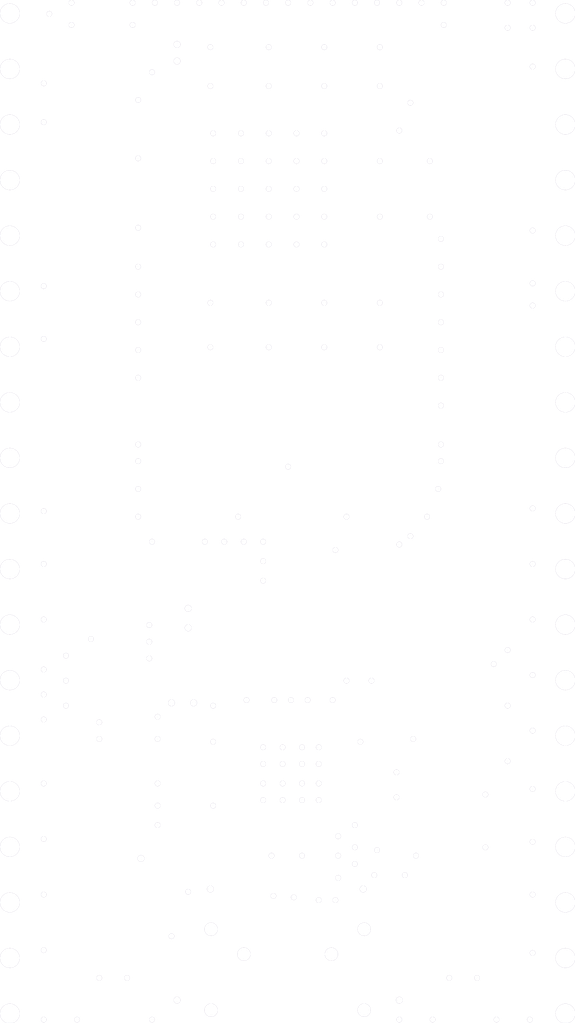
<source format=kicad_pcb>
(kicad_pcb (version 4) (generator "gerbview") (generator_version "8.0")

  (layers 
    (0 F.Cu signal)
    (31 B.Cu signal)
    (32 B.Adhes user)
    (33 F.Adhes user)
    (34 B.Paste user)
    (35 F.Paste user)
    (36 B.SilkS user)
    (37 F.SilkS user)
    (38 B.Mask user)
    (39 F.Mask user)
    (40 Dwgs.User user)
    (41 Cmts.User user)
    (42 Eco1.User user)
    (43 Eco2.User user)
    (44 Edge.Cuts user)
  )

 (via (at 502.793 -401.0152) (size 0.24995) (drill 0.24994) (layers F.Cu B.Cu))
 (via (at 504.317 -401.0152) (size 0.24995) (drill 0.24994) (layers F.Cu B.Cu))
 (via (at 505.333 -402.9202) (size 0.24995) (drill 0.24994) (layers F.Cu B.Cu))
 (via (at 506.603 -402.9202) (size 0.24995) (drill 0.24994) (layers F.Cu B.Cu))
 (via (at 502.793 -404.1902) (size 0.24995) (drill 0.24994) (layers F.Cu B.Cu))
 (via (at 502.793 -406.7302) (size 0.24995) (drill 0.24994) (layers F.Cu B.Cu))
 (via (at 502.793 -409.2702) (size 0.24995) (drill 0.24994) (layers F.Cu B.Cu))
 (via (at 502.793 -411.8102) (size 0.24995) (drill 0.24994) (layers F.Cu B.Cu))
 (via (at 505.333 -413.8422) (size 0.24995) (drill 0.24994) (layers F.Cu B.Cu))
 (via (at 505.333 -414.6042) (size 0.24995) (drill 0.24994) (layers F.Cu B.Cu))
 (via (at 502.793 -414.7312) (size 0.24995) (drill 0.24994) (layers F.Cu B.Cu))
 (via (at 503.809 -415.3662) (size 0.24995) (drill 0.24994) (layers F.Cu B.Cu))
 (via (at 502.793 -415.8742) (size 0.24995) (drill 0.24994) (layers F.Cu B.Cu))
 (via (at 503.809 -416.5092) (size 0.24995) (drill 0.24994) (layers F.Cu B.Cu))
 (via (at 502.793 -417.0172) (size 0.24995) (drill 0.24994) (layers F.Cu B.Cu))
 (via (at 503.809 -417.6522) (size 0.24995) (drill 0.24994) (layers F.Cu B.Cu))
 (via (at 504.952 -418.4142) (size 0.24995) (drill 0.24994) (layers F.Cu B.Cu))
 (via (at 502.793 -419.3032) (size 0.24995) (drill 0.24994) (layers F.Cu B.Cu))
 (via (at 502.793 -421.8432) (size 0.24995) (drill 0.24994) (layers F.Cu B.Cu))
 (via (at 507.111 -424.0022) (size 0.24995) (drill 0.24994) (layers F.Cu B.Cu))
 (via (at 502.793 -424.2562) (size 0.24995) (drill 0.24994) (layers F.Cu B.Cu))
 (via (at 507.111 -425.2722) (size 0.24995) (drill 0.24994) (layers F.Cu B.Cu))
 (via (at 507.111 -426.5422) (size 0.24995) (drill 0.24994) (layers F.Cu B.Cu))
 (via (at 507.111 -427.3042) (size 0.24995) (drill 0.24994) (layers F.Cu B.Cu))
 (via (at 507.111 -430.3522) (size 0.24995) (drill 0.24994) (layers F.Cu B.Cu))
 (via (at 507.111 -431.6222) (size 0.24995) (drill 0.24994) (layers F.Cu B.Cu))
 (via (at 502.793 -432.1302) (size 0.24995) (drill 0.24994) (layers F.Cu B.Cu))
 (via (at 507.111 -432.8922) (size 0.24995) (drill 0.24994) (layers F.Cu B.Cu))
 (via (at 507.111 -434.1622) (size 0.24995) (drill 0.24994) (layers F.Cu B.Cu))
 (via (at 502.793 -434.5432) (size 0.24995) (drill 0.24994) (layers F.Cu B.Cu))
 (via (at 507.111 -435.4322) (size 0.24995) (drill 0.24994) (layers F.Cu B.Cu))
 (via (at 507.111 -437.2102) (size 0.24995) (drill 0.24994) (layers F.Cu B.Cu))
 (via (at 507.111 -440.3852) (size 0.24995) (drill 0.24994) (layers F.Cu B.Cu))
 (via (at 502.793 -442.0362) (size 0.24995) (drill 0.24994) (layers F.Cu B.Cu))
 (via (at 507.111 -443.0522) (size 0.24995) (drill 0.24994) (layers F.Cu B.Cu))
 (via (at 502.793 -443.8142) (size 0.24995) (drill 0.24994) (layers F.Cu B.Cu))
 (via (at 504.063 -446.4812) (size 0.24995) (drill 0.24994) (layers F.Cu B.Cu))
 (via (at 506.857 -446.4812) (size 0.24995) (drill 0.24994) (layers F.Cu B.Cu))
 (via (at 503.047 -446.9892) (size 0.24995) (drill 0.24994) (layers F.Cu B.Cu))
 (via (at 504.063 -447.4972) (size 0.24995) (drill 0.24994) (layers F.Cu B.Cu))
 (via (at 506.857 -447.4972) (size 0.24995) (drill 0.24994) (layers F.Cu B.Cu))
 (via (at 507.873 -447.4972) (size 0.24995) (drill 0.24994) (layers F.Cu B.Cu))
 (via (at 508.889 -447.4972) (size 0.24995) (drill 0.24994) (layers F.Cu B.Cu))
 (via (at 510.921 -447.4972) (size 0.24995) (drill 0.24994) (layers F.Cu B.Cu))
 (via (at 509.905 -447.4972) (size 0.24995) (drill 0.24994) (layers F.Cu B.Cu))
 (via (at 511.937 -447.4972) (size 0.24995) (drill 0.24994) (layers F.Cu B.Cu))
 (via (at 512.953 -447.4972) (size 0.24995) (drill 0.24994) (layers F.Cu B.Cu))
 (via (at 510.413 -445.4652) (size 0.24995) (drill 0.24994) (layers F.Cu B.Cu))
 (via (at 513.08 -445.4652) (size 0.24995) (drill 0.24994) (layers F.Cu B.Cu))
 (via (at 507.746 -444.3222) (size 0.24995) (drill 0.24994) (layers F.Cu B.Cu))
 (via (at 510.413 -443.6872) (size 0.24995) (drill 0.24994) (layers F.Cu B.Cu))
 (via (at 513.08 -443.6872) (size 0.24995) (drill 0.24994) (layers F.Cu B.Cu))
 (via (at 510.54 -441.5282) (size 0.24995) (drill 0.24994) (layers F.Cu B.Cu))
 (via (at 513.08 -441.5282) (size 0.24995) (drill 0.24994) (layers F.Cu B.Cu))
 (via (at 511.81 -441.5282) (size 0.24995) (drill 0.24994) (layers F.Cu B.Cu))
 (via (at 510.54 -440.2582) (size 0.24995) (drill 0.24994) (layers F.Cu B.Cu))
 (via (at 511.81 -440.2582) (size 0.24995) (drill 0.24994) (layers F.Cu B.Cu))
 (via (at 513.08 -440.2582) (size 0.24995) (drill 0.24994) (layers F.Cu B.Cu))
 (via (at 510.54 -438.9882) (size 0.24995) (drill 0.24994) (layers F.Cu B.Cu))
 (via (at 511.81 -438.9882) (size 0.24995) (drill 0.24994) (layers F.Cu B.Cu))
 (via (at 513.08 -438.9882) (size 0.24995) (drill 0.24994) (layers F.Cu B.Cu))
 (via (at 510.54 -437.7182) (size 0.24995) (drill 0.24994) (layers F.Cu B.Cu))
 (via (at 511.81 -437.7182) (size 0.24995) (drill 0.24994) (layers F.Cu B.Cu))
 (via (at 513.08 -437.7182) (size 0.24995) (drill 0.24994) (layers F.Cu B.Cu))
 (via (at 510.54 -436.4482) (size 0.24995) (drill 0.24994) (layers F.Cu B.Cu))
 (via (at 511.81 -436.4482) (size 0.24995) (drill 0.24994) (layers F.Cu B.Cu))
 (via (at 513.08 -436.4482) (size 0.24995) (drill 0.24994) (layers F.Cu B.Cu))
 (via (at 510.413 -433.7812) (size 0.24995) (drill 0.24994) (layers F.Cu B.Cu))
 (via (at 513.08 -433.7812) (size 0.24995) (drill 0.24994) (layers F.Cu B.Cu))
 (via (at 510.413 -431.7492) (size 0.24995) (drill 0.24994) (layers F.Cu B.Cu))
 (via (at 513.08 -431.7492) (size 0.24995) (drill 0.24994) (layers F.Cu B.Cu))
 (via (at 511.683 -424.0022) (size 0.24995) (drill 0.24994) (layers F.Cu B.Cu))
 (via (at 512.826 -422.8592) (size 0.24995) (drill 0.24994) (layers F.Cu B.Cu))
 (via (at 511.937 -422.8592) (size 0.24995) (drill 0.24994) (layers F.Cu B.Cu))
 (via (at 511.048 -422.8592) (size 0.24995) (drill 0.24994) (layers F.Cu B.Cu))
 (via (at 510.159 -422.8592) (size 0.24995) (drill 0.24994) (layers F.Cu B.Cu))
 (via (at 507.746 -422.8592) (size 0.24995) (drill 0.24994) (layers F.Cu B.Cu))
 (via (at 512.826 -421.9702) (size 0.24995) (drill 0.24994) (layers F.Cu B.Cu))
 (via (at 512.826 -421.0812) (size 0.24995) (drill 0.24994) (layers F.Cu B.Cu))
 (via (at 507.619 -419.0492) (size 0.24995) (drill 0.24994) (layers F.Cu B.Cu))
 (via (at 507.619 -418.2872) (size 0.24995) (drill 0.24994) (layers F.Cu B.Cu))
 (via (at 507.619 -417.5252) (size 0.24995) (drill 0.24994) (layers F.Cu B.Cu))
 (via (at 512.064 -415.6202) (size 0.24995) (drill 0.24994) (layers F.Cu B.Cu))
 (via (at 513.334 -415.6202) (size 0.24995) (drill 0.24994) (layers F.Cu B.Cu))
 (via (at 510.54 -415.3662) (size 0.24995) (drill 0.24994) (layers F.Cu B.Cu))
 (via (at 508 -414.8582) (size 0.24995) (drill 0.24994) (layers F.Cu B.Cu))
 (via (at 508 -413.8422) (size 0.24995) (drill 0.24994) (layers F.Cu B.Cu))
 (via (at 510.54 -413.7152) (size 0.24995) (drill 0.24994) (layers F.Cu B.Cu))
 (via (at 513.715 -413.4612) (size 0.24995) (drill 0.24994) (layers F.Cu B.Cu))
 (via (at 512.826 -413.4612) (size 0.24995) (drill 0.24994) (layers F.Cu B.Cu))
 (via (at 513.715 -412.6992) (size 0.24995) (drill 0.24994) (layers F.Cu B.Cu))
 (via (at 512.826 -412.6992) (size 0.24995) (drill 0.24994) (layers F.Cu B.Cu))
 (via (at 508 -411.8102) (size 0.24995) (drill 0.24994) (layers F.Cu B.Cu))
 (via (at 512.826 -411.8102) (size 0.24995) (drill 0.24994) (layers F.Cu B.Cu))
 (via (at 513.715 -411.8102) (size 0.24995) (drill 0.24994) (layers F.Cu B.Cu))
 (via (at 512.826 -411.0482) (size 0.24995) (drill 0.24994) (layers F.Cu B.Cu))
 (via (at 513.715 -411.0482) (size 0.24995) (drill 0.24994) (layers F.Cu B.Cu))
 (via (at 510.54 -410.7942) (size 0.24995) (drill 0.24994) (layers F.Cu B.Cu))
 (via (at 508 -410.7942) (size 0.24995) (drill 0.24994) (layers F.Cu B.Cu))
 (via (at 508 -409.9052) (size 0.24995) (drill 0.24994) (layers F.Cu B.Cu))
 (via (at 513.207 -408.5082) (size 0.24995) (drill 0.24994) (layers F.Cu B.Cu))
 (via (at 509.397 -406.8572) (size 0.24995) (drill 0.24994) (layers F.Cu B.Cu))
 (via (at 513.29336 -406.6667) (size 0.24995) (drill 0.24994) (layers F.Cu B.Cu))
 (via (at 508.635 -404.8252) (size 0.24995) (drill 0.24994) (layers F.Cu B.Cu))
 (via (at 507.746 -401.0152) (size 0.24995) (drill 0.24994) (layers F.Cu B.Cu))
 (via (at 519.049 -401.0152) (size 0.24995) (drill 0.24994) (layers F.Cu B.Cu))
 (via (at 515.366 -406.4762) (size 0.24995) (drill 0.24994) (layers F.Cu B.Cu))
 (via (at 516.128 -406.4762) (size 0.24995) (drill 0.24994) (layers F.Cu B.Cu))
 (via (at 514.223 -406.6032) (size 0.24995) (drill 0.24994) (layers F.Cu B.Cu))
 (via (at 516.255 -407.4922) (size 0.24995) (drill 0.24994) (layers F.Cu B.Cu))
 (via (at 517.906 -407.6192) (size 0.24995) (drill 0.24994) (layers F.Cu B.Cu))
 (via (at 519.303 -407.6192) (size 0.24995) (drill 0.24994) (layers F.Cu B.Cu))
 (via (at 517.017 -408.1272) (size 0.24995) (drill 0.24994) (layers F.Cu B.Cu))
 (via (at 514.604 -408.5082) (size 0.24995) (drill 0.24994) (layers F.Cu B.Cu))
 (via (at 516.255 -408.5082) (size 0.24995) (drill 0.24994) (layers F.Cu B.Cu))
 (via (at 519.811 -408.5082) (size 0.24995) (drill 0.24994) (layers F.Cu B.Cu))
 (via (at 518.033 -408.7622) (size 0.24995) (drill 0.24994) (layers F.Cu B.Cu))
 (via (at 517.017 -408.8892) (size 0.24995) (drill 0.24994) (layers F.Cu B.Cu))
 (via (at 516.255 -409.3972) (size 0.24995) (drill 0.24994) (layers F.Cu B.Cu))
 (via (at 517.017 -409.9052) (size 0.24995) (drill 0.24994) (layers F.Cu B.Cu))
 (via (at 514.604 -411.0482) (size 0.24995) (drill 0.24994) (layers F.Cu B.Cu))
 (via (at 515.366 -411.0482) (size 0.24995) (drill 0.24994) (layers F.Cu B.Cu))
 (via (at 518.922 -411.1752) (size 0.24995) (drill 0.24994) (layers F.Cu B.Cu))
 (via (at 514.604 -411.8102) (size 0.24995) (drill 0.24994) (layers F.Cu B.Cu))
 (via (at 515.366 -411.8102) (size 0.24995) (drill 0.24994) (layers F.Cu B.Cu))
 (via (at 518.922 -412.3182) (size 0.24995) (drill 0.24994) (layers F.Cu B.Cu))
 (via (at 514.604 -412.6992) (size 0.24995) (drill 0.24994) (layers F.Cu B.Cu))
 (via (at 515.366 -412.6992) (size 0.24995) (drill 0.24994) (layers F.Cu B.Cu))
 (via (at 514.604 -413.4612) (size 0.24995) (drill 0.24994) (layers F.Cu B.Cu))
 (via (at 515.366 -413.4612) (size 0.24995) (drill 0.24994) (layers F.Cu B.Cu))
 (via (at 517.271 -413.7152) (size 0.24995) (drill 0.24994) (layers F.Cu B.Cu))
 (via (at 519.684 -413.8422) (size 0.24995) (drill 0.24994) (layers F.Cu B.Cu))
 (via (at 516.001 -415.6202) (size 0.24995) (drill 0.24994) (layers F.Cu B.Cu))
 (via (at 514.858 -415.6202) (size 0.24995) (drill 0.24994) (layers F.Cu B.Cu))
 (via (at 514.096 -415.6202) (size 0.24995) (drill 0.24994) (layers F.Cu B.Cu))
 (via (at 517.779 -416.5092) (size 0.24995) (drill 0.24994) (layers F.Cu B.Cu))
 (via (at 516.636 -416.5092) (size 0.24995) (drill 0.24994) (layers F.Cu B.Cu))
 (via (at 516.128 -422.4782) (size 0.24995) (drill 0.24994) (layers F.Cu B.Cu))
 (via (at 519.049 -422.7322) (size 0.24995) (drill 0.24994) (layers F.Cu B.Cu))
 (via (at 519.557 -423.1132) (size 0.24995) (drill 0.24994) (layers F.Cu B.Cu))
 (via (at 516.636 -424.0022) (size 0.24995) (drill 0.24994) (layers F.Cu B.Cu))
 (via (at 513.969 -426.2882) (size 0.24995) (drill 0.24994) (layers F.Cu B.Cu))
 (via (at 515.62 -431.7492) (size 0.24995) (drill 0.24994) (layers F.Cu B.Cu))
 (via (at 518.16 -431.7492) (size 0.24995) (drill 0.24994) (layers F.Cu B.Cu))
 (via (at 515.62 -433.7812) (size 0.24995) (drill 0.24994) (layers F.Cu B.Cu))
 (via (at 518.16 -433.7812) (size 0.24995) (drill 0.24994) (layers F.Cu B.Cu))
 (via (at 514.35 -436.4482) (size 0.24995) (drill 0.24994) (layers F.Cu B.Cu))
 (via (at 515.62 -436.4482) (size 0.24995) (drill 0.24994) (layers F.Cu B.Cu))
 (via (at 518.16 -437.7182) (size 0.24995) (drill 0.24994) (layers F.Cu B.Cu))
 (via (at 514.35 -437.7182) (size 0.24995) (drill 0.24994) (layers F.Cu B.Cu))
 (via (at 515.62 -437.7182) (size 0.24995) (drill 0.24994) (layers F.Cu B.Cu))
 (via (at 515.62 -438.9882) (size 0.24995) (drill 0.24994) (layers F.Cu B.Cu))
 (via (at 514.35 -438.9882) (size 0.24995) (drill 0.24994) (layers F.Cu B.Cu))
 (via (at 514.35 -440.2582) (size 0.24995) (drill 0.24994) (layers F.Cu B.Cu))
 (via (at 515.62 -440.2582) (size 0.24995) (drill 0.24994) (layers F.Cu B.Cu))
 (via (at 518.16 -440.2582) (size 0.24995) (drill 0.24994) (layers F.Cu B.Cu))
 (via (at 515.62 -441.5282) (size 0.24995) (drill 0.24994) (layers F.Cu B.Cu))
 (via (at 514.35 -441.5282) (size 0.24995) (drill 0.24994) (layers F.Cu B.Cu))
 (via (at 519.049 -441.6552) (size 0.24995) (drill 0.24994) (layers F.Cu B.Cu))
 (via (at 519.557 -442.9252) (size 0.24995) (drill 0.24994) (layers F.Cu B.Cu))
 (via (at 518.16 -443.6872) (size 0.24995) (drill 0.24994) (layers F.Cu B.Cu))
 (via (at 515.62 -443.6872) (size 0.24995) (drill 0.24994) (layers F.Cu B.Cu))
 (via (at 515.62 -445.4652) (size 0.24995) (drill 0.24994) (layers F.Cu B.Cu))
 (via (at 518.16 -445.4652) (size 0.24995) (drill 0.24994) (layers F.Cu B.Cu))
 (via (at 513.969 -447.4972) (size 0.24995) (drill 0.24994) (layers F.Cu B.Cu))
 (via (at 516.001 -447.4972) (size 0.24995) (drill 0.24994) (layers F.Cu B.Cu))
 (via (at 514.985 -447.4972) (size 0.24995) (drill 0.24994) (layers F.Cu B.Cu))
 (via (at 518.033 -447.4972) (size 0.24995) (drill 0.24994) (layers F.Cu B.Cu))
 (via (at 519.049 -447.4972) (size 0.24995) (drill 0.24994) (layers F.Cu B.Cu))
 (via (at 517.017 -447.4972) (size 0.24995) (drill 0.24994) (layers F.Cu B.Cu))
 (via (at 520.065 -447.4972) (size 0.24995) (drill 0.24994) (layers F.Cu B.Cu))
 (via (at 521.081 -447.4972) (size 0.24995) (drill 0.24994) (layers F.Cu B.Cu))
 (via (at 524.002 -447.4972) (size 0.24995) (drill 0.24994) (layers F.Cu B.Cu))
 (via (at 525.145 -447.4972) (size 0.24995) (drill 0.24994) (layers F.Cu B.Cu))
 (via (at 521.081 -446.4812) (size 0.24995) (drill 0.24994) (layers F.Cu B.Cu))
 (via (at 524.002 -446.3542) (size 0.24995) (drill 0.24994) (layers F.Cu B.Cu))
 (via (at 525.145 -446.3542) (size 0.24995) (drill 0.24994) (layers F.Cu B.Cu))
 (via (at 525.145 -444.5762) (size 0.24995) (drill 0.24994) (layers F.Cu B.Cu))
 (via (at 520.446 -440.2582) (size 0.24995) (drill 0.24994) (layers F.Cu B.Cu))
 (via (at 520.446 -437.7182) (size 0.24995) (drill 0.24994) (layers F.Cu B.Cu))
 (via (at 525.145 -437.0832) (size 0.24995) (drill 0.24994) (layers F.Cu B.Cu))
 (via (at 520.954 -436.7022) (size 0.24995) (drill 0.24994) (layers F.Cu B.Cu))
 (via (at 520.954 -435.4322) (size 0.24995) (drill 0.24994) (layers F.Cu B.Cu))
 (via (at 525.145 -434.6702) (size 0.24995) (drill 0.24994) (layers F.Cu B.Cu))
 (via (at 520.954 -434.1622) (size 0.24995) (drill 0.24994) (layers F.Cu B.Cu))
 (via (at 525.145 -433.6542) (size 0.24995) (drill 0.24994) (layers F.Cu B.Cu))
 (via (at 520.954 -432.8922) (size 0.24995) (drill 0.24994) (layers F.Cu B.Cu))
 (via (at 520.954 -431.6222) (size 0.24995) (drill 0.24994) (layers F.Cu B.Cu))
 (via (at 520.954 -430.3522) (size 0.24995) (drill 0.24994) (layers F.Cu B.Cu))
 (via (at 520.954 -429.0822) (size 0.24995) (drill 0.24994) (layers F.Cu B.Cu))
 (via (at 520.954 -427.3042) (size 0.24995) (drill 0.24994) (layers F.Cu B.Cu))
 (via (at 520.954 -426.5422) (size 0.24995) (drill 0.24994) (layers F.Cu B.Cu))
 (via (at 520.827 -425.2722) (size 0.24995) (drill 0.24994) (layers F.Cu B.Cu))
 (via (at 525.145 -424.3832) (size 0.24995) (drill 0.24994) (layers F.Cu B.Cu))
 (via (at 520.319 -424.0022) (size 0.24995) (drill 0.24994) (layers F.Cu B.Cu))
 (via (at 525.145 -421.8432) (size 0.24995) (drill 0.24994) (layers F.Cu B.Cu))
 (via (at 525.145 -419.3032) (size 0.24995) (drill 0.24994) (layers F.Cu B.Cu))
 (via (at 524.002 -417.9062) (size 0.24995) (drill 0.24994) (layers F.Cu B.Cu))
 (via (at 523.367 -417.26612) (size 0.24995) (drill 0.24994) (layers F.Cu B.Cu))
 (via (at 525.145 -416.7632) (size 0.24995) (drill 0.24994) (layers F.Cu B.Cu))
 (via (at 524.002 -415.3662) (size 0.24995) (drill 0.24994) (layers F.Cu B.Cu))
 (via (at 525.145 -414.2232) (size 0.24995) (drill 0.24994) (layers F.Cu B.Cu))
 (via (at 524.002 -412.8262) (size 0.24995) (drill 0.24994) (layers F.Cu B.Cu))
 (via (at 525.145 -411.5562) (size 0.24995) (drill 0.24994) (layers F.Cu B.Cu))
 (via (at 522.986 -411.3022) (size 0.24995) (drill 0.24994) (layers F.Cu B.Cu))
 (via (at 525.145 -409.1432) (size 0.24995) (drill 0.24994) (layers F.Cu B.Cu))
 (via (at 522.986 -408.8892) (size 0.24995) (drill 0.24994) (layers F.Cu B.Cu))
 (via (at 525.145 -406.7302) (size 0.24995) (drill 0.24994) (layers F.Cu B.Cu))
 (via (at 525.145 -404.0632) (size 0.24995) (drill 0.24994) (layers F.Cu B.Cu))
 (via (at 522.605 -402.9202) (size 0.24995) (drill 0.24994) (layers F.Cu B.Cu))
 (via (at 521.335 -402.9202) (size 0.24995) (drill 0.24994) (layers F.Cu B.Cu))
 (via (at 520.573 -401.0152) (size 0.24995) (drill 0.24994) (layers F.Cu B.Cu))
 (via (at 523.494 -401.0152) (size 0.24995) (drill 0.24994) (layers F.Cu B.Cu))
 (via (at 525.018 -401.0152) (size 0.24995) (drill 0.24994) (layers F.Cu B.Cu))
 (via (at 508.889 -401.9042) (size 0.30481) (drill 0.3048) (layers F.Cu B.Cu))
 (via (at 510.413 -406.9842) (size 0.30481) (drill 0.3048) (layers F.Cu B.Cu))
 (via (at 507.238 -408.3812) (size 0.30481) (drill 0.3048) (layers F.Cu B.Cu))
 (via (at 508.635 -415.4932) (size 0.30481) (drill 0.3048) (layers F.Cu B.Cu))
 (via (at 509.651 -415.4932) (size 0.30481) (drill 0.3048) (layers F.Cu B.Cu))
 (via (at 509.397 -418.9222) (size 0.30481) (drill 0.3048) (layers F.Cu B.Cu))
 (via (at 509.397 -419.8112) (size 0.30481) (drill 0.3048) (layers F.Cu B.Cu))
 (via (at 508.889 -444.8302) (size 0.30481) (drill 0.3048) (layers F.Cu B.Cu))
 (via (at 508.889 -445.5922) (size 0.30481) (drill 0.3048) (layers F.Cu B.Cu))
 (via (at 517.398 -406.9842) (size 0.30481) (drill 0.3048) (layers F.Cu B.Cu))
 (via (at 519.049 -401.9042) (size 0.30481) (drill 0.3048) (layers F.Cu B.Cu))
 (via (at 511.94462 -404.00478) (size 0.59996) (drill 0.59995) (layers F.Cu B.Cu))
 (via (at 515.94512 -404.00478) (size 0.59996) (drill 0.59995) (layers F.Cu B.Cu))
 (via (at 510.44348 -401.44446) (size 0.59996) (drill 0.59995) (layers F.Cu B.Cu))
 (via (at 517.44372 -401.44446) (size 0.59996) (drill 0.59995) (layers F.Cu B.Cu))
 (via (at 510.44348 -405.14524) (size 0.59996) (drill 0.59995) (layers F.Cu B.Cu))
 (via (at 517.44372 -405.14524) (size 0.59996) (drill 0.59995) (layers F.Cu B.Cu))
 (via (at 501.2436 -401.28952) (size 0.89993) (drill 0.89992) (layers F.Cu B.Cu))
 (via (at 501.2436 -403.82952) (size 0.89993) (drill 0.89992) (layers F.Cu B.Cu))
 (via (at 501.2436 -406.36952) (size 0.89993) (drill 0.89992) (layers F.Cu B.Cu))
 (via (at 501.2436 -408.90952) (size 0.89993) (drill 0.89992) (layers F.Cu B.Cu))
 (via (at 501.2436 -411.44952) (size 0.89993) (drill 0.89992) (layers F.Cu B.Cu))
 (via (at 501.2436 -413.98952) (size 0.89993) (drill 0.89992) (layers F.Cu B.Cu))
 (via (at 501.2436 -416.52952) (size 0.89993) (drill 0.89992) (layers F.Cu B.Cu))
 (via (at 501.2436 -419.06952) (size 0.89993) (drill 0.89992) (layers F.Cu B.Cu))
 (via (at 501.2436 -421.60952) (size 0.89993) (drill 0.89992) (layers F.Cu B.Cu))
 (via (at 501.2436 -424.14952) (size 0.89993) (drill 0.89992) (layers F.Cu B.Cu))
 (via (at 501.2436 -426.68952) (size 0.89993) (drill 0.89992) (layers F.Cu B.Cu))
 (via (at 501.2436 -429.22952) (size 0.89993) (drill 0.89992) (layers F.Cu B.Cu))
 (via (at 501.2436 -431.76952) (size 0.89993) (drill 0.89992) (layers F.Cu B.Cu))
 (via (at 501.2436 -434.30952) (size 0.89993) (drill 0.89992) (layers F.Cu B.Cu))
 (via (at 501.2436 -436.84952) (size 0.89993) (drill 0.89992) (layers F.Cu B.Cu))
 (via (at 501.2436 -439.38952) (size 0.89993) (drill 0.89992) (layers F.Cu B.Cu))
 (via (at 501.2436 -441.92952) (size 0.89993) (drill 0.89992) (layers F.Cu B.Cu))
 (via (at 501.2436 -444.46952) (size 0.89993) (drill 0.89992) (layers F.Cu B.Cu))
 (via (at 501.2436 -447.00952) (size 0.89993) (drill 0.89992) (layers F.Cu B.Cu))
 (via (at 526.6436 -447.00952) (size 0.89993) (drill 0.89992) (layers F.Cu B.Cu))
 (via (at 526.6436 -444.46952) (size 0.89993) (drill 0.89992) (layers F.Cu B.Cu))
 (via (at 526.6436 -441.92952) (size 0.89993) (drill 0.89992) (layers F.Cu B.Cu))
 (via (at 526.6436 -439.38952) (size 0.89993) (drill 0.89992) (layers F.Cu B.Cu))
 (via (at 526.6436 -436.84952) (size 0.89993) (drill 0.89992) (layers F.Cu B.Cu))
 (via (at 526.6436 -434.30952) (size 0.89993) (drill 0.89992) (layers F.Cu B.Cu))
 (via (at 526.6436 -431.76952) (size 0.89993) (drill 0.89992) (layers F.Cu B.Cu))
 (via (at 526.6436 -429.22952) (size 0.89993) (drill 0.89992) (layers F.Cu B.Cu))
 (via (at 526.6436 -426.68952) (size 0.89993) (drill 0.89992) (layers F.Cu B.Cu))
 (via (at 526.6436 -424.14952) (size 0.89993) (drill 0.89992) (layers F.Cu B.Cu))
 (via (at 526.6436 -421.60952) (size 0.89993) (drill 0.89992) (layers F.Cu B.Cu))
 (via (at 526.6436 -419.06952) (size 0.89993) (drill 0.89992) (layers F.Cu B.Cu))
 (via (at 526.6436 -416.52952) (size 0.89993) (drill 0.89992) (layers F.Cu B.Cu))
 (via (at 526.6436 -413.98952) (size 0.89993) (drill 0.89992) (layers F.Cu B.Cu))
 (via (at 526.6436 -411.44952) (size 0.89993) (drill 0.89992) (layers F.Cu B.Cu))
 (via (at 526.6436 -408.90952) (size 0.89993) (drill 0.89992) (layers F.Cu B.Cu))
 (via (at 526.6436 -406.36952) (size 0.89993) (drill 0.89992) (layers F.Cu B.Cu))
 (via (at 526.6436 -403.82952) (size 0.89993) (drill 0.89992) (layers F.Cu B.Cu))
 (via (at 526.6436 -401.28952) (size 0.89993) (drill 0.89992) (layers F.Cu B.Cu))
)

</source>
